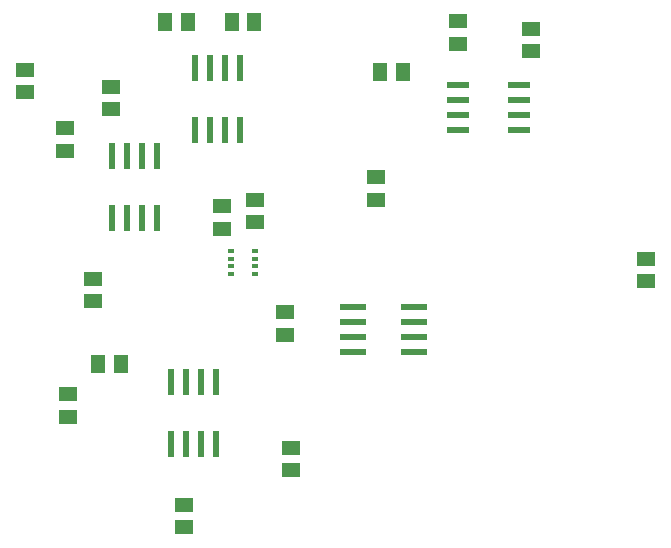
<source format=gtp>
G75*
%MOIN*%
%OFA0B0*%
%FSLAX25Y25*%
%IPPOS*%
%LPD*%
%AMOC8*
5,1,8,0,0,1.08239X$1,22.5*
%
%ADD10R,0.07500X0.02400*%
%ADD11R,0.05906X0.05118*%
%ADD12R,0.05118X0.05906*%
%ADD13R,0.02362X0.08661*%
%ADD14R,0.08661X0.02362*%
%ADD15R,0.01969X0.01378*%
D10*
X0236075Y0169800D03*
X0236075Y0174800D03*
X0236075Y0179800D03*
X0236075Y0184800D03*
X0256675Y0184800D03*
X0256675Y0179800D03*
X0256675Y0174800D03*
X0256675Y0169800D03*
D11*
X0106375Y0074135D03*
X0106375Y0081615D03*
X0114725Y0112585D03*
X0114725Y0120065D03*
X0157700Y0136835D03*
X0157700Y0144315D03*
X0168500Y0146365D03*
X0168500Y0138885D03*
X0178700Y0108965D03*
X0178700Y0101485D03*
X0180425Y0063665D03*
X0180425Y0056185D03*
X0144875Y0044740D03*
X0144875Y0037260D03*
X0209050Y0146460D03*
X0209050Y0153940D03*
X0260575Y0195885D03*
X0260575Y0203365D03*
X0236275Y0205890D03*
X0236275Y0198410D03*
X0299050Y0126665D03*
X0299050Y0119185D03*
X0120550Y0176685D03*
X0120550Y0184165D03*
X0105100Y0170265D03*
X0105100Y0162785D03*
X0091850Y0182335D03*
X0091850Y0189815D03*
D12*
X0138660Y0205625D03*
X0146140Y0205625D03*
X0160785Y0205600D03*
X0168265Y0205600D03*
X0210310Y0189000D03*
X0217790Y0189000D03*
X0123840Y0091750D03*
X0116360Y0091750D03*
D13*
X0140725Y0085611D03*
X0145725Y0085611D03*
X0150725Y0085611D03*
X0155725Y0085611D03*
X0155725Y0065139D03*
X0150725Y0065139D03*
X0145725Y0065139D03*
X0140725Y0065139D03*
X0135875Y0140514D03*
X0130875Y0140514D03*
X0125875Y0140514D03*
X0120875Y0140514D03*
X0120875Y0160986D03*
X0125875Y0160986D03*
X0130875Y0160986D03*
X0135875Y0160986D03*
X0148500Y0169764D03*
X0153500Y0169764D03*
X0158500Y0169764D03*
X0163500Y0169764D03*
X0163500Y0190236D03*
X0158500Y0190236D03*
X0153500Y0190236D03*
X0148500Y0190236D03*
D14*
X0201239Y0110750D03*
X0201239Y0105750D03*
X0201239Y0100750D03*
X0201239Y0095750D03*
X0221711Y0095750D03*
X0221711Y0100750D03*
X0221711Y0105750D03*
X0221711Y0110750D03*
D15*
X0168660Y0121686D03*
X0168660Y0124245D03*
X0168660Y0126805D03*
X0168660Y0129364D03*
X0160590Y0129364D03*
X0160590Y0126805D03*
X0160590Y0124245D03*
X0160590Y0121686D03*
M02*

</source>
